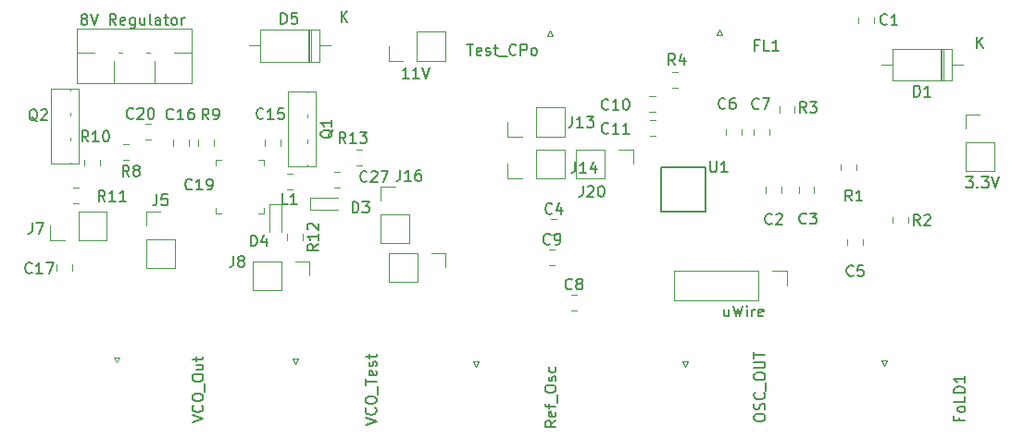
<source format=gto>
G04 #@! TF.GenerationSoftware,KiCad,Pcbnew,(5.0.2)-1*
G04 #@! TF.CreationDate,2019-06-06T20:52:43-07:00*
G04 #@! TF.ProjectId,Complete PLL Board Rev5,436f6d70-6c65-4746-9520-504c4c20426f,rev?*
G04 #@! TF.SameCoordinates,Original*
G04 #@! TF.FileFunction,Legend,Top*
G04 #@! TF.FilePolarity,Positive*
%FSLAX46Y46*%
G04 Gerber Fmt 4.6, Leading zero omitted, Abs format (unit mm)*
G04 Created by KiCad (PCBNEW (5.0.2)-1) date 6/6/2019 8:52:43 PM*
%MOMM*%
%LPD*%
G01*
G04 APERTURE LIST*
%ADD10C,0.120000*%
%ADD11C,0.150000*%
G04 APERTURE END LIST*
D10*
G04 #@! TO.C,VCO_Out*
X106345800Y-114779000D02*
X106095800Y-115279000D01*
X105845800Y-114779000D02*
X106345800Y-114779000D01*
X106095800Y-115279000D02*
X105845800Y-114779000D01*
G04 #@! TO.C,R13*
X128556652Y-97179200D02*
X128034148Y-97179200D01*
X128556652Y-95759200D02*
X128034148Y-95759200D01*
G04 #@! TO.C,3.3V*
X183709000Y-92523000D02*
X185039000Y-92523000D01*
X183709000Y-93853000D02*
X183709000Y-92523000D01*
X183709000Y-95123000D02*
X186369000Y-95123000D01*
X186369000Y-95123000D02*
X186369000Y-97723000D01*
X183709000Y-95123000D02*
X183709000Y-97723000D01*
X183709000Y-97723000D02*
X186369000Y-97723000D01*
G04 #@! TO.C,VCO_Test*
X122478800Y-115406000D02*
X122228800Y-114906000D01*
X122228800Y-114906000D02*
X122728800Y-114906000D01*
X122728800Y-114906000D02*
X122478800Y-115406000D01*
G04 #@! TO.C,Ref_Osc*
X139188000Y-115160000D02*
X138938000Y-115660000D01*
X138688000Y-115160000D02*
X139188000Y-115160000D01*
X138938000Y-115660000D02*
X138688000Y-115160000D01*
G04 #@! TO.C,Test_CPo*
X145745200Y-84873000D02*
X145995200Y-85373000D01*
X145995200Y-85373000D02*
X145495200Y-85373000D01*
X145495200Y-85373000D02*
X145745200Y-84873000D01*
G04 #@! TO.C,C27*
X126508252Y-99262000D02*
X125985748Y-99262000D01*
X126508252Y-97842000D02*
X125985748Y-97842000D01*
G04 #@! TO.C,R10*
X104596000Y-96724948D02*
X104596000Y-97247452D01*
X103176000Y-96724948D02*
X103176000Y-97247452D01*
G04 #@! TO.C,R12*
X123138000Y-103506748D02*
X123138000Y-104029252D01*
X121718000Y-103506748D02*
X121718000Y-104029252D01*
G04 #@! TO.C,C19*
X119548000Y-96689000D02*
X119548000Y-97189000D01*
X119548000Y-96689000D02*
X119048000Y-96689000D01*
X115148000Y-96689000D02*
X115148000Y-97189000D01*
X115148000Y-96689000D02*
X115648000Y-96689000D01*
X119548000Y-101589000D02*
X119548000Y-101089000D01*
X119548000Y-101589000D02*
X119048000Y-101589000D01*
X115148000Y-101589000D02*
X115148000Y-101089000D01*
X115148000Y-101589000D02*
X115648000Y-101589000D01*
G04 #@! TO.C,R8*
X106681748Y-96671200D02*
X107204252Y-96671200D01*
X106681748Y-95251200D02*
X107204252Y-95251200D01*
G04 #@! TO.C,C17*
X100636000Y-106300748D02*
X100636000Y-106823252D01*
X102056000Y-106300748D02*
X102056000Y-106823252D01*
G04 #@! TO.C,Q2*
X101895400Y-96927400D02*
X101895400Y-97038400D01*
X101895400Y-94637400D02*
X101895400Y-94910400D01*
X101895400Y-92347400D02*
X101895400Y-92620400D01*
X101895400Y-90218400D02*
X101895400Y-90329400D01*
X102634400Y-97038400D02*
X100094400Y-97038400D01*
X102634400Y-90218400D02*
X100094400Y-90218400D01*
X100094400Y-90218400D02*
X100094400Y-97038400D01*
X102634400Y-90218400D02*
X102634400Y-97038400D01*
G04 #@! TO.C,Q1*
X124326000Y-90443000D02*
X124326000Y-97263000D01*
X121786000Y-90443000D02*
X121786000Y-97263000D01*
X124326000Y-90443000D02*
X121786000Y-90443000D01*
X124326000Y-97263000D02*
X121786000Y-97263000D01*
X123587000Y-90443000D02*
X123587000Y-90554000D01*
X123587000Y-92572000D02*
X123587000Y-92845000D01*
X123587000Y-94862000D02*
X123587000Y-95135000D01*
X123587000Y-97152000D02*
X123587000Y-97263000D01*
G04 #@! TO.C,FoLD1*
X176276000Y-115609200D02*
X176026000Y-115109200D01*
X176026000Y-115109200D02*
X176526000Y-115109200D01*
X176526000Y-115109200D02*
X176276000Y-115609200D01*
G04 #@! TO.C,FL1*
X161014600Y-85278600D02*
X161264600Y-84778600D01*
X161514600Y-85278600D02*
X161014600Y-85278600D01*
X161264600Y-84778600D02*
X161514600Y-85278600D01*
G04 #@! TO.C,OSC_OUT*
X158314200Y-115160000D02*
X158064200Y-115660000D01*
X157814200Y-115160000D02*
X158314200Y-115160000D01*
X158064200Y-115660000D02*
X157814200Y-115160000D01*
G04 #@! TO.C,C1*
X175360400Y-83669348D02*
X175360400Y-84191852D01*
X173940400Y-83669348D02*
X173940400Y-84191852D01*
G04 #@! TO.C,C2*
X165456800Y-99711252D02*
X165456800Y-99188748D01*
X166876800Y-99711252D02*
X166876800Y-99188748D01*
G04 #@! TO.C,C3*
X169899400Y-99711252D02*
X169899400Y-99188748D01*
X168479400Y-99711252D02*
X168479400Y-99188748D01*
G04 #@! TO.C,C4*
X145830548Y-103580000D02*
X146353052Y-103580000D01*
X145830548Y-102160000D02*
X146353052Y-102160000D01*
G04 #@! TO.C,C5*
X174369800Y-104511852D02*
X174369800Y-103989348D01*
X172949800Y-104511852D02*
X172949800Y-103989348D01*
G04 #@! TO.C,C6*
X161799200Y-94428052D02*
X161799200Y-93905548D01*
X163219200Y-94428052D02*
X163219200Y-93905548D01*
G04 #@! TO.C,C7*
X164339200Y-94428052D02*
X164339200Y-93905548D01*
X165759200Y-94428052D02*
X165759200Y-93905548D01*
G04 #@! TO.C,C8*
X147659348Y-110488800D02*
X148181852Y-110488800D01*
X147659348Y-109068800D02*
X148181852Y-109068800D01*
G04 #@! TO.C,C9*
X145652748Y-106374000D02*
X146175252Y-106374000D01*
X145652748Y-104954000D02*
X146175252Y-104954000D01*
G04 #@! TO.C,C10*
X154822148Y-92277000D02*
X155344652Y-92277000D01*
X154822148Y-90857000D02*
X155344652Y-90857000D01*
G04 #@! TO.C,C11*
X154847548Y-93066800D02*
X155370052Y-93066800D01*
X154847548Y-94486800D02*
X155370052Y-94486800D01*
G04 #@! TO.C,C15*
X121106000Y-94870748D02*
X121106000Y-95393252D01*
X119686000Y-94870748D02*
X119686000Y-95393252D01*
G04 #@! TO.C,C16*
X112724000Y-95393252D02*
X112724000Y-94870748D01*
X111304000Y-95393252D02*
X111304000Y-94870748D01*
G04 #@! TO.C,C20*
X109236252Y-94817000D02*
X108713748Y-94817000D01*
X109236252Y-93397000D02*
X108713748Y-93397000D01*
G04 #@! TO.C,D1*
X182475800Y-89455600D02*
X182475800Y-86515600D01*
X182475800Y-86515600D02*
X177035800Y-86515600D01*
X177035800Y-86515600D02*
X177035800Y-89455600D01*
X177035800Y-89455600D02*
X182475800Y-89455600D01*
X183495800Y-87985600D02*
X182475800Y-87985600D01*
X176015800Y-87985600D02*
X177035800Y-87985600D01*
X181575800Y-89455600D02*
X181575800Y-86515600D01*
X181455800Y-89455600D02*
X181455800Y-86515600D01*
X181695800Y-89455600D02*
X181695800Y-86515600D01*
G04 #@! TO.C,D3*
X123846000Y-101261000D02*
X126346000Y-101261000D01*
X123846000Y-100161000D02*
X126346000Y-100161000D01*
X123846000Y-100161000D02*
X123846000Y-101261000D01*
G04 #@! TO.C,D4*
X121200000Y-100773000D02*
X120100000Y-100773000D01*
X121200000Y-100773000D02*
X121200000Y-103273000D01*
X120100000Y-100773000D02*
X120100000Y-103273000D01*
G04 #@! TO.C,D5*
X123860000Y-87703000D02*
X123860000Y-84763000D01*
X123620000Y-87703000D02*
X123620000Y-84763000D01*
X123740000Y-87703000D02*
X123740000Y-84763000D01*
X118180000Y-86233000D02*
X119200000Y-86233000D01*
X125660000Y-86233000D02*
X124640000Y-86233000D01*
X119200000Y-87703000D02*
X124640000Y-87703000D01*
X119200000Y-84763000D02*
X119200000Y-87703000D01*
X124640000Y-84763000D02*
X119200000Y-84763000D01*
X124640000Y-87703000D02*
X124640000Y-84763000D01*
G04 #@! TO.C,uWire*
X157115200Y-106899400D02*
X157115200Y-109559400D01*
X164795200Y-106899400D02*
X157115200Y-106899400D01*
X164795200Y-109559400D02*
X157115200Y-109559400D01*
X164795200Y-106899400D02*
X164795200Y-109559400D01*
X166065200Y-106899400D02*
X167395200Y-106899400D01*
X167395200Y-106899400D02*
X167395200Y-108229400D01*
G04 #@! TO.C,J5*
X108779000Y-106613000D02*
X111439000Y-106613000D01*
X108779000Y-104013000D02*
X108779000Y-106613000D01*
X111439000Y-104013000D02*
X111439000Y-106613000D01*
X108779000Y-104013000D02*
X111439000Y-104013000D01*
X108779000Y-102743000D02*
X108779000Y-101413000D01*
X108779000Y-101413000D02*
X110109000Y-101413000D01*
G04 #@! TO.C,J7*
X100016000Y-104073000D02*
X100016000Y-102743000D01*
X101346000Y-104073000D02*
X100016000Y-104073000D01*
X102616000Y-104073000D02*
X102616000Y-101413000D01*
X102616000Y-101413000D02*
X105216000Y-101413000D01*
X102616000Y-104073000D02*
X105216000Y-104073000D01*
X105216000Y-104073000D02*
X105216000Y-101413000D01*
G04 #@! TO.C,J8*
X118558000Y-105985000D02*
X118558000Y-108645000D01*
X121158000Y-105985000D02*
X118558000Y-105985000D01*
X121158000Y-108645000D02*
X118558000Y-108645000D01*
X121158000Y-105985000D02*
X121158000Y-108645000D01*
X122428000Y-105985000D02*
X123758000Y-105985000D01*
X123758000Y-105985000D02*
X123758000Y-107315000D01*
G04 #@! TO.C,J13*
X141875200Y-94573400D02*
X141875200Y-93243400D01*
X143205200Y-94573400D02*
X141875200Y-94573400D01*
X144475200Y-94573400D02*
X144475200Y-91913400D01*
X144475200Y-91913400D02*
X147075200Y-91913400D01*
X144475200Y-94573400D02*
X147075200Y-94573400D01*
X147075200Y-94573400D02*
X147075200Y-91913400D01*
G04 #@! TO.C,J14*
X147049800Y-98408800D02*
X147049800Y-95748800D01*
X144449800Y-98408800D02*
X147049800Y-98408800D01*
X144449800Y-95748800D02*
X147049800Y-95748800D01*
X144449800Y-98408800D02*
X144449800Y-95748800D01*
X143179800Y-98408800D02*
X141849800Y-98408800D01*
X141849800Y-98408800D02*
X141849800Y-97078800D01*
G04 #@! TO.C,J15*
X136204000Y-105223000D02*
X136204000Y-106553000D01*
X134874000Y-105223000D02*
X136204000Y-105223000D01*
X133604000Y-105223000D02*
X133604000Y-107883000D01*
X133604000Y-107883000D02*
X131004000Y-107883000D01*
X133604000Y-105223000D02*
X131004000Y-105223000D01*
X131004000Y-105223000D02*
X131004000Y-107883000D01*
G04 #@! TO.C,J16*
X130242000Y-104327000D02*
X132902000Y-104327000D01*
X130242000Y-101727000D02*
X130242000Y-104327000D01*
X132902000Y-101727000D02*
X132902000Y-104327000D01*
X130242000Y-101727000D02*
X132902000Y-101727000D01*
X130242000Y-100457000D02*
X130242000Y-99127000D01*
X130242000Y-99127000D02*
X131572000Y-99127000D01*
G04 #@! TO.C,11V*
X136178600Y-87613800D02*
X136178600Y-84953800D01*
X133578600Y-87613800D02*
X136178600Y-87613800D01*
X133578600Y-84953800D02*
X136178600Y-84953800D01*
X133578600Y-87613800D02*
X133578600Y-84953800D01*
X132308600Y-87613800D02*
X130978600Y-87613800D01*
X130978600Y-87613800D02*
X130978600Y-86283800D01*
G04 #@! TO.C,J20*
X153323600Y-95748800D02*
X153323600Y-97078800D01*
X151993600Y-95748800D02*
X153323600Y-95748800D01*
X150723600Y-95748800D02*
X150723600Y-98408800D01*
X150723600Y-98408800D02*
X148123600Y-98408800D01*
X150723600Y-95748800D02*
X148123600Y-95748800D01*
X148123600Y-95748800D02*
X148123600Y-98408800D01*
G04 #@! TO.C,L1*
X122172252Y-97969000D02*
X121649748Y-97969000D01*
X122172252Y-99389000D02*
X121649748Y-99389000D01*
G04 #@! TO.C,R1*
X173760200Y-97131348D02*
X173760200Y-97653852D01*
X172340200Y-97131348D02*
X172340200Y-97653852D01*
G04 #@! TO.C,R2*
X177039200Y-101957348D02*
X177039200Y-102479852D01*
X178459200Y-101957348D02*
X178459200Y-102479852D01*
G04 #@! TO.C,R3*
X166701400Y-91822748D02*
X166701400Y-92345252D01*
X168121400Y-91822748D02*
X168121400Y-92345252D01*
G04 #@! TO.C,R4*
X157452852Y-90067200D02*
X156930348Y-90067200D01*
X157452852Y-88647200D02*
X156930348Y-88647200D01*
G04 #@! TO.C,R9*
X115010000Y-94870748D02*
X115010000Y-95393252D01*
X113590000Y-94870748D02*
X113590000Y-95393252D01*
G04 #@! TO.C,R11*
X102091748Y-100659000D02*
X102614252Y-100659000D01*
X102091748Y-99239000D02*
X102614252Y-99239000D01*
D11*
G04 #@! TO.C,U1*
X155869600Y-97668200D02*
X155869600Y-101224200D01*
X159933600Y-101224200D02*
X159933600Y-97668200D01*
X159933600Y-97668200D02*
X159933600Y-97414200D01*
X159933600Y-97414200D02*
X155869600Y-97414200D01*
X155869600Y-97414200D02*
X155869600Y-97668200D01*
X155869600Y-101224200D02*
X155869600Y-101478200D01*
X155869600Y-101478200D02*
X159933600Y-101478200D01*
X159933600Y-101478200D02*
X159933600Y-101224200D01*
D10*
G04 #@! TO.C,8V Regulator*
X112946000Y-89655000D02*
X102446000Y-89655000D01*
X112946000Y-84714000D02*
X102446000Y-84714000D01*
X112946000Y-89655000D02*
X112946000Y-84714000D01*
X102446000Y-89655000D02*
X102446000Y-84714000D01*
X112946000Y-86895000D02*
X111339000Y-86895000D01*
X109133000Y-86895000D02*
X108798000Y-86895000D01*
X106593000Y-86895000D02*
X106258000Y-86895000D01*
X104053000Y-86895000D02*
X102446000Y-86895000D01*
X109546000Y-89655000D02*
X109546000Y-87637000D01*
X105845000Y-89655000D02*
X105845000Y-87637000D01*
G04 #@! TO.C,VCO_Out*
D11*
X113015780Y-120754400D02*
X114015780Y-120421066D01*
X113015780Y-120087733D01*
X113920542Y-119182971D02*
X113968161Y-119230590D01*
X114015780Y-119373447D01*
X114015780Y-119468685D01*
X113968161Y-119611542D01*
X113872923Y-119706780D01*
X113777685Y-119754400D01*
X113587209Y-119802019D01*
X113444352Y-119802019D01*
X113253876Y-119754400D01*
X113158638Y-119706780D01*
X113063400Y-119611542D01*
X113015780Y-119468685D01*
X113015780Y-119373447D01*
X113063400Y-119230590D01*
X113111019Y-119182971D01*
X113015780Y-118563923D02*
X113015780Y-118373447D01*
X113063400Y-118278209D01*
X113158638Y-118182971D01*
X113349114Y-118135352D01*
X113682447Y-118135352D01*
X113872923Y-118182971D01*
X113968161Y-118278209D01*
X114015780Y-118373447D01*
X114015780Y-118563923D01*
X113968161Y-118659161D01*
X113872923Y-118754400D01*
X113682447Y-118802019D01*
X113349114Y-118802019D01*
X113158638Y-118754400D01*
X113063400Y-118659161D01*
X113015780Y-118563923D01*
X114111019Y-117944876D02*
X114111019Y-117182971D01*
X113015780Y-116754400D02*
X113015780Y-116563923D01*
X113063400Y-116468685D01*
X113158638Y-116373447D01*
X113349114Y-116325828D01*
X113682447Y-116325828D01*
X113872923Y-116373447D01*
X113968161Y-116468685D01*
X114015780Y-116563923D01*
X114015780Y-116754400D01*
X113968161Y-116849638D01*
X113872923Y-116944876D01*
X113682447Y-116992495D01*
X113349114Y-116992495D01*
X113158638Y-116944876D01*
X113063400Y-116849638D01*
X113015780Y-116754400D01*
X113349114Y-115468685D02*
X114015780Y-115468685D01*
X113349114Y-115897257D02*
X113872923Y-115897257D01*
X113968161Y-115849638D01*
X114015780Y-115754400D01*
X114015780Y-115611542D01*
X113968161Y-115516304D01*
X113920542Y-115468685D01*
X113349114Y-115135352D02*
X113349114Y-114754400D01*
X113015780Y-114992495D02*
X113872923Y-114992495D01*
X113968161Y-114944876D01*
X114015780Y-114849638D01*
X114015780Y-114754400D01*
G04 #@! TO.C,R13*
X127064642Y-95156280D02*
X126731309Y-94680090D01*
X126493214Y-95156280D02*
X126493214Y-94156280D01*
X126874166Y-94156280D01*
X126969404Y-94203900D01*
X127017023Y-94251519D01*
X127064642Y-94346757D01*
X127064642Y-94489614D01*
X127017023Y-94584852D01*
X126969404Y-94632471D01*
X126874166Y-94680090D01*
X126493214Y-94680090D01*
X128017023Y-95156280D02*
X127445595Y-95156280D01*
X127731309Y-95156280D02*
X127731309Y-94156280D01*
X127636071Y-94299138D01*
X127540833Y-94394376D01*
X127445595Y-94441995D01*
X128350357Y-94156280D02*
X128969404Y-94156280D01*
X128636071Y-94537233D01*
X128778928Y-94537233D01*
X128874166Y-94584852D01*
X128921785Y-94632471D01*
X128969404Y-94727709D01*
X128969404Y-94965804D01*
X128921785Y-95061042D01*
X128874166Y-95108661D01*
X128778928Y-95156280D01*
X128493214Y-95156280D01*
X128397976Y-95108661D01*
X128350357Y-95061042D01*
G04 #@! TO.C,3.3V*
X183791409Y-98253300D02*
X184410457Y-98253300D01*
X184077123Y-98634253D01*
X184219980Y-98634253D01*
X184315219Y-98681872D01*
X184362838Y-98729491D01*
X184410457Y-98824729D01*
X184410457Y-99062824D01*
X184362838Y-99158062D01*
X184315219Y-99205681D01*
X184219980Y-99253300D01*
X183934266Y-99253300D01*
X183839028Y-99205681D01*
X183791409Y-99158062D01*
X184839028Y-99158062D02*
X184886647Y-99205681D01*
X184839028Y-99253300D01*
X184791409Y-99205681D01*
X184839028Y-99158062D01*
X184839028Y-99253300D01*
X185219980Y-98253300D02*
X185839028Y-98253300D01*
X185505695Y-98634253D01*
X185648552Y-98634253D01*
X185743790Y-98681872D01*
X185791409Y-98729491D01*
X185839028Y-98824729D01*
X185839028Y-99062824D01*
X185791409Y-99158062D01*
X185743790Y-99205681D01*
X185648552Y-99253300D01*
X185362838Y-99253300D01*
X185267600Y-99205681D01*
X185219980Y-99158062D01*
X186124742Y-98253300D02*
X186458076Y-99253300D01*
X186791409Y-98253300D01*
G04 #@! TO.C,VCO_Test*
X128865380Y-120992495D02*
X129865380Y-120659161D01*
X128865380Y-120325828D01*
X129770142Y-119421066D02*
X129817761Y-119468685D01*
X129865380Y-119611542D01*
X129865380Y-119706780D01*
X129817761Y-119849638D01*
X129722523Y-119944876D01*
X129627285Y-119992495D01*
X129436809Y-120040114D01*
X129293952Y-120040114D01*
X129103476Y-119992495D01*
X129008238Y-119944876D01*
X128913000Y-119849638D01*
X128865380Y-119706780D01*
X128865380Y-119611542D01*
X128913000Y-119468685D01*
X128960619Y-119421066D01*
X128865380Y-118802019D02*
X128865380Y-118611542D01*
X128913000Y-118516304D01*
X129008238Y-118421066D01*
X129198714Y-118373447D01*
X129532047Y-118373447D01*
X129722523Y-118421066D01*
X129817761Y-118516304D01*
X129865380Y-118611542D01*
X129865380Y-118802019D01*
X129817761Y-118897257D01*
X129722523Y-118992495D01*
X129532047Y-119040114D01*
X129198714Y-119040114D01*
X129008238Y-118992495D01*
X128913000Y-118897257D01*
X128865380Y-118802019D01*
X129960619Y-118182971D02*
X129960619Y-117421066D01*
X128865380Y-117325828D02*
X128865380Y-116754400D01*
X129865380Y-117040114D02*
X128865380Y-117040114D01*
X129817761Y-116040114D02*
X129865380Y-116135352D01*
X129865380Y-116325828D01*
X129817761Y-116421066D01*
X129722523Y-116468685D01*
X129341571Y-116468685D01*
X129246333Y-116421066D01*
X129198714Y-116325828D01*
X129198714Y-116135352D01*
X129246333Y-116040114D01*
X129341571Y-115992495D01*
X129436809Y-115992495D01*
X129532047Y-116468685D01*
X129817761Y-115611542D02*
X129865380Y-115516304D01*
X129865380Y-115325828D01*
X129817761Y-115230590D01*
X129722523Y-115182971D01*
X129674904Y-115182971D01*
X129579666Y-115230590D01*
X129532047Y-115325828D01*
X129532047Y-115468685D01*
X129484428Y-115563923D01*
X129389190Y-115611542D01*
X129341571Y-115611542D01*
X129246333Y-115563923D01*
X129198714Y-115468685D01*
X129198714Y-115325828D01*
X129246333Y-115230590D01*
X129198714Y-114897257D02*
X129198714Y-114516304D01*
X128865380Y-114754400D02*
X129722523Y-114754400D01*
X129817761Y-114706780D01*
X129865380Y-114611542D01*
X129865380Y-114516304D01*
G04 #@! TO.C,Ref_Osc*
X146273780Y-120583057D02*
X145797590Y-120916390D01*
X146273780Y-121154485D02*
X145273780Y-121154485D01*
X145273780Y-120773533D01*
X145321400Y-120678295D01*
X145369019Y-120630676D01*
X145464257Y-120583057D01*
X145607114Y-120583057D01*
X145702352Y-120630676D01*
X145749971Y-120678295D01*
X145797590Y-120773533D01*
X145797590Y-121154485D01*
X146226161Y-119773533D02*
X146273780Y-119868771D01*
X146273780Y-120059247D01*
X146226161Y-120154485D01*
X146130923Y-120202104D01*
X145749971Y-120202104D01*
X145654733Y-120154485D01*
X145607114Y-120059247D01*
X145607114Y-119868771D01*
X145654733Y-119773533D01*
X145749971Y-119725914D01*
X145845209Y-119725914D01*
X145940447Y-120202104D01*
X145607114Y-119440200D02*
X145607114Y-119059247D01*
X146273780Y-119297342D02*
X145416638Y-119297342D01*
X145321400Y-119249723D01*
X145273780Y-119154485D01*
X145273780Y-119059247D01*
X146369019Y-118964009D02*
X146369019Y-118202104D01*
X145273780Y-117773533D02*
X145273780Y-117583057D01*
X145321400Y-117487819D01*
X145416638Y-117392580D01*
X145607114Y-117344961D01*
X145940447Y-117344961D01*
X146130923Y-117392580D01*
X146226161Y-117487819D01*
X146273780Y-117583057D01*
X146273780Y-117773533D01*
X146226161Y-117868771D01*
X146130923Y-117964009D01*
X145940447Y-118011628D01*
X145607114Y-118011628D01*
X145416638Y-117964009D01*
X145321400Y-117868771D01*
X145273780Y-117773533D01*
X146226161Y-116964009D02*
X146273780Y-116868771D01*
X146273780Y-116678295D01*
X146226161Y-116583057D01*
X146130923Y-116535438D01*
X146083304Y-116535438D01*
X145988066Y-116583057D01*
X145940447Y-116678295D01*
X145940447Y-116821152D01*
X145892828Y-116916390D01*
X145797590Y-116964009D01*
X145749971Y-116964009D01*
X145654733Y-116916390D01*
X145607114Y-116821152D01*
X145607114Y-116678295D01*
X145654733Y-116583057D01*
X146226161Y-115678295D02*
X146273780Y-115773533D01*
X146273780Y-115964009D01*
X146226161Y-116059247D01*
X146178542Y-116106866D01*
X146083304Y-116154485D01*
X145797590Y-116154485D01*
X145702352Y-116106866D01*
X145654733Y-116059247D01*
X145607114Y-115964009D01*
X145607114Y-115773533D01*
X145654733Y-115678295D01*
G04 #@! TO.C,Test_CPo*
X138153544Y-86112100D02*
X138724973Y-86112100D01*
X138439259Y-87112100D02*
X138439259Y-86112100D01*
X139439259Y-87064481D02*
X139344020Y-87112100D01*
X139153544Y-87112100D01*
X139058306Y-87064481D01*
X139010687Y-86969243D01*
X139010687Y-86588291D01*
X139058306Y-86493053D01*
X139153544Y-86445434D01*
X139344020Y-86445434D01*
X139439259Y-86493053D01*
X139486878Y-86588291D01*
X139486878Y-86683529D01*
X139010687Y-86778767D01*
X139867830Y-87064481D02*
X139963068Y-87112100D01*
X140153544Y-87112100D01*
X140248782Y-87064481D01*
X140296401Y-86969243D01*
X140296401Y-86921624D01*
X140248782Y-86826386D01*
X140153544Y-86778767D01*
X140010687Y-86778767D01*
X139915449Y-86731148D01*
X139867830Y-86635910D01*
X139867830Y-86588291D01*
X139915449Y-86493053D01*
X140010687Y-86445434D01*
X140153544Y-86445434D01*
X140248782Y-86493053D01*
X140582116Y-86445434D02*
X140963068Y-86445434D01*
X140724973Y-86112100D02*
X140724973Y-86969243D01*
X140772592Y-87064481D01*
X140867830Y-87112100D01*
X140963068Y-87112100D01*
X141058306Y-87207339D02*
X141820211Y-87207339D01*
X142629735Y-87016862D02*
X142582116Y-87064481D01*
X142439259Y-87112100D01*
X142344020Y-87112100D01*
X142201163Y-87064481D01*
X142105925Y-86969243D01*
X142058306Y-86874005D01*
X142010687Y-86683529D01*
X142010687Y-86540672D01*
X142058306Y-86350196D01*
X142105925Y-86254958D01*
X142201163Y-86159720D01*
X142344020Y-86112100D01*
X142439259Y-86112100D01*
X142582116Y-86159720D01*
X142629735Y-86207339D01*
X143058306Y-87112100D02*
X143058306Y-86112100D01*
X143439259Y-86112100D01*
X143534497Y-86159720D01*
X143582116Y-86207339D01*
X143629735Y-86302577D01*
X143629735Y-86445434D01*
X143582116Y-86540672D01*
X143534497Y-86588291D01*
X143439259Y-86635910D01*
X143058306Y-86635910D01*
X144201163Y-87112100D02*
X144105925Y-87064481D01*
X144058306Y-87016862D01*
X144010687Y-86921624D01*
X144010687Y-86635910D01*
X144058306Y-86540672D01*
X144105925Y-86493053D01*
X144201163Y-86445434D01*
X144344020Y-86445434D01*
X144439259Y-86493053D01*
X144486878Y-86540672D01*
X144534497Y-86635910D01*
X144534497Y-86921624D01*
X144486878Y-87016862D01*
X144439259Y-87064481D01*
X144344020Y-87112100D01*
X144201163Y-87112100D01*
G04 #@! TO.C,C27*
X128998742Y-98629742D02*
X128951123Y-98677361D01*
X128808266Y-98724980D01*
X128713028Y-98724980D01*
X128570171Y-98677361D01*
X128474933Y-98582123D01*
X128427314Y-98486885D01*
X128379695Y-98296409D01*
X128379695Y-98153552D01*
X128427314Y-97963076D01*
X128474933Y-97867838D01*
X128570171Y-97772600D01*
X128713028Y-97724980D01*
X128808266Y-97724980D01*
X128951123Y-97772600D01*
X128998742Y-97820219D01*
X129379695Y-97820219D02*
X129427314Y-97772600D01*
X129522552Y-97724980D01*
X129760647Y-97724980D01*
X129855885Y-97772600D01*
X129903504Y-97820219D01*
X129951123Y-97915457D01*
X129951123Y-98010695D01*
X129903504Y-98153552D01*
X129332076Y-98724980D01*
X129951123Y-98724980D01*
X130284457Y-97724980D02*
X130951123Y-97724980D01*
X130522552Y-98724980D01*
G04 #@! TO.C,R10*
X103509842Y-95029280D02*
X103176509Y-94553090D01*
X102938414Y-95029280D02*
X102938414Y-94029280D01*
X103319366Y-94029280D01*
X103414604Y-94076900D01*
X103462223Y-94124519D01*
X103509842Y-94219757D01*
X103509842Y-94362614D01*
X103462223Y-94457852D01*
X103414604Y-94505471D01*
X103319366Y-94553090D01*
X102938414Y-94553090D01*
X104462223Y-95029280D02*
X103890795Y-95029280D01*
X104176509Y-95029280D02*
X104176509Y-94029280D01*
X104081271Y-94172138D01*
X103986033Y-94267376D01*
X103890795Y-94314995D01*
X105081271Y-94029280D02*
X105176509Y-94029280D01*
X105271747Y-94076900D01*
X105319366Y-94124519D01*
X105366985Y-94219757D01*
X105414604Y-94410233D01*
X105414604Y-94648328D01*
X105366985Y-94838804D01*
X105319366Y-94934042D01*
X105271747Y-94981661D01*
X105176509Y-95029280D01*
X105081271Y-95029280D01*
X104986033Y-94981661D01*
X104938414Y-94934042D01*
X104890795Y-94838804D01*
X104843176Y-94648328D01*
X104843176Y-94410233D01*
X104890795Y-94219757D01*
X104938414Y-94124519D01*
X104986033Y-94076900D01*
X105081271Y-94029280D01*
G04 #@! TO.C,R12*
X124530380Y-104410857D02*
X124054190Y-104744190D01*
X124530380Y-104982285D02*
X123530380Y-104982285D01*
X123530380Y-104601333D01*
X123578000Y-104506095D01*
X123625619Y-104458476D01*
X123720857Y-104410857D01*
X123863714Y-104410857D01*
X123958952Y-104458476D01*
X124006571Y-104506095D01*
X124054190Y-104601333D01*
X124054190Y-104982285D01*
X124530380Y-103458476D02*
X124530380Y-104029904D01*
X124530380Y-103744190D02*
X123530380Y-103744190D01*
X123673238Y-103839428D01*
X123768476Y-103934666D01*
X123816095Y-104029904D01*
X123625619Y-103077523D02*
X123578000Y-103029904D01*
X123530380Y-102934666D01*
X123530380Y-102696571D01*
X123578000Y-102601333D01*
X123625619Y-102553714D01*
X123720857Y-102506095D01*
X123816095Y-102506095D01*
X123958952Y-102553714D01*
X124530380Y-103125142D01*
X124530380Y-102506095D01*
G04 #@! TO.C,C19*
X112996742Y-99353642D02*
X112949123Y-99401261D01*
X112806266Y-99448880D01*
X112711028Y-99448880D01*
X112568171Y-99401261D01*
X112472933Y-99306023D01*
X112425314Y-99210785D01*
X112377695Y-99020309D01*
X112377695Y-98877452D01*
X112425314Y-98686976D01*
X112472933Y-98591738D01*
X112568171Y-98496500D01*
X112711028Y-98448880D01*
X112806266Y-98448880D01*
X112949123Y-98496500D01*
X112996742Y-98544119D01*
X113949123Y-99448880D02*
X113377695Y-99448880D01*
X113663409Y-99448880D02*
X113663409Y-98448880D01*
X113568171Y-98591738D01*
X113472933Y-98686976D01*
X113377695Y-98734595D01*
X114425314Y-99448880D02*
X114615790Y-99448880D01*
X114711028Y-99401261D01*
X114758647Y-99353642D01*
X114853885Y-99210785D01*
X114901504Y-99020309D01*
X114901504Y-98639357D01*
X114853885Y-98544119D01*
X114806266Y-98496500D01*
X114711028Y-98448880D01*
X114520552Y-98448880D01*
X114425314Y-98496500D01*
X114377695Y-98544119D01*
X114330076Y-98639357D01*
X114330076Y-98877452D01*
X114377695Y-98972690D01*
X114425314Y-99020309D01*
X114520552Y-99067928D01*
X114711028Y-99067928D01*
X114806266Y-99020309D01*
X114853885Y-98972690D01*
X114901504Y-98877452D01*
G04 #@! TO.C,R8*
X107249933Y-98204280D02*
X106916600Y-97728090D01*
X106678504Y-98204280D02*
X106678504Y-97204280D01*
X107059457Y-97204280D01*
X107154695Y-97251900D01*
X107202314Y-97299519D01*
X107249933Y-97394757D01*
X107249933Y-97537614D01*
X107202314Y-97632852D01*
X107154695Y-97680471D01*
X107059457Y-97728090D01*
X106678504Y-97728090D01*
X107821361Y-97632852D02*
X107726123Y-97585233D01*
X107678504Y-97537614D01*
X107630885Y-97442376D01*
X107630885Y-97394757D01*
X107678504Y-97299519D01*
X107726123Y-97251900D01*
X107821361Y-97204280D01*
X108011838Y-97204280D01*
X108107076Y-97251900D01*
X108154695Y-97299519D01*
X108202314Y-97394757D01*
X108202314Y-97442376D01*
X108154695Y-97537614D01*
X108107076Y-97585233D01*
X108011838Y-97632852D01*
X107821361Y-97632852D01*
X107726123Y-97680471D01*
X107678504Y-97728090D01*
X107630885Y-97823328D01*
X107630885Y-98013804D01*
X107678504Y-98109042D01*
X107726123Y-98156661D01*
X107821361Y-98204280D01*
X108011838Y-98204280D01*
X108107076Y-98156661D01*
X108154695Y-98109042D01*
X108202314Y-98013804D01*
X108202314Y-97823328D01*
X108154695Y-97728090D01*
X108107076Y-97680471D01*
X108011838Y-97632852D01*
G04 #@! TO.C,C17*
X98366342Y-107024442D02*
X98318723Y-107072061D01*
X98175866Y-107119680D01*
X98080628Y-107119680D01*
X97937771Y-107072061D01*
X97842533Y-106976823D01*
X97794914Y-106881585D01*
X97747295Y-106691109D01*
X97747295Y-106548252D01*
X97794914Y-106357776D01*
X97842533Y-106262538D01*
X97937771Y-106167300D01*
X98080628Y-106119680D01*
X98175866Y-106119680D01*
X98318723Y-106167300D01*
X98366342Y-106214919D01*
X99318723Y-107119680D02*
X98747295Y-107119680D01*
X99033009Y-107119680D02*
X99033009Y-106119680D01*
X98937771Y-106262538D01*
X98842533Y-106357776D01*
X98747295Y-106405395D01*
X99652057Y-106119680D02*
X100318723Y-106119680D01*
X99890152Y-107119680D01*
G04 #@! TO.C,Q2*
X98850461Y-93168719D02*
X98755223Y-93121100D01*
X98659985Y-93025861D01*
X98517128Y-92883004D01*
X98421890Y-92835385D01*
X98326652Y-92835385D01*
X98374271Y-93073480D02*
X98279033Y-93025861D01*
X98183795Y-92930623D01*
X98136176Y-92740147D01*
X98136176Y-92406814D01*
X98183795Y-92216338D01*
X98279033Y-92121100D01*
X98374271Y-92073480D01*
X98564747Y-92073480D01*
X98659985Y-92121100D01*
X98755223Y-92216338D01*
X98802842Y-92406814D01*
X98802842Y-92740147D01*
X98755223Y-92930623D01*
X98659985Y-93025861D01*
X98564747Y-93073480D01*
X98374271Y-93073480D01*
X99183795Y-92168719D02*
X99231414Y-92121100D01*
X99326652Y-92073480D01*
X99564747Y-92073480D01*
X99659985Y-92121100D01*
X99707604Y-92168719D01*
X99755223Y-92263957D01*
X99755223Y-92359195D01*
X99707604Y-92502052D01*
X99136176Y-93073480D01*
X99755223Y-93073480D01*
G04 #@! TO.C,Q1*
X125873619Y-93948238D02*
X125826000Y-94043476D01*
X125730761Y-94138714D01*
X125587904Y-94281571D01*
X125540285Y-94376809D01*
X125540285Y-94472047D01*
X125778380Y-94424428D02*
X125730761Y-94519666D01*
X125635523Y-94614904D01*
X125445047Y-94662523D01*
X125111714Y-94662523D01*
X124921238Y-94614904D01*
X124826000Y-94519666D01*
X124778380Y-94424428D01*
X124778380Y-94233952D01*
X124826000Y-94138714D01*
X124921238Y-94043476D01*
X125111714Y-93995857D01*
X125445047Y-93995857D01*
X125635523Y-94043476D01*
X125730761Y-94138714D01*
X125778380Y-94233952D01*
X125778380Y-94424428D01*
X125778380Y-93043476D02*
X125778380Y-93614904D01*
X125778380Y-93329190D02*
X124778380Y-93329190D01*
X124921238Y-93424428D01*
X125016476Y-93519666D01*
X125064095Y-93614904D01*
G04 #@! TO.C,FoLD1*
X183164171Y-120283076D02*
X183164171Y-120616409D01*
X183687980Y-120616409D02*
X182687980Y-120616409D01*
X182687980Y-120140219D01*
X183687980Y-119616409D02*
X183640361Y-119711647D01*
X183592742Y-119759266D01*
X183497504Y-119806885D01*
X183211790Y-119806885D01*
X183116552Y-119759266D01*
X183068933Y-119711647D01*
X183021314Y-119616409D01*
X183021314Y-119473552D01*
X183068933Y-119378314D01*
X183116552Y-119330695D01*
X183211790Y-119283076D01*
X183497504Y-119283076D01*
X183592742Y-119330695D01*
X183640361Y-119378314D01*
X183687980Y-119473552D01*
X183687980Y-119616409D01*
X183687980Y-118378314D02*
X183687980Y-118854504D01*
X182687980Y-118854504D01*
X183687980Y-118044980D02*
X182687980Y-118044980D01*
X182687980Y-117806885D01*
X182735600Y-117664028D01*
X182830838Y-117568790D01*
X182926076Y-117521171D01*
X183116552Y-117473552D01*
X183259409Y-117473552D01*
X183449885Y-117521171D01*
X183545123Y-117568790D01*
X183640361Y-117664028D01*
X183687980Y-117806885D01*
X183687980Y-118044980D01*
X183687980Y-116521171D02*
X183687980Y-117092600D01*
X183687980Y-116806885D02*
X182687980Y-116806885D01*
X182830838Y-116902123D01*
X182926076Y-116997361D01*
X182973695Y-117092600D01*
G04 #@! TO.C,FL1*
X164808944Y-86163691D02*
X164475611Y-86163691D01*
X164475611Y-86687500D02*
X164475611Y-85687500D01*
X164951801Y-85687500D01*
X165808944Y-86687500D02*
X165332754Y-86687500D01*
X165332754Y-85687500D01*
X166666087Y-86687500D02*
X166094659Y-86687500D01*
X166380373Y-86687500D02*
X166380373Y-85687500D01*
X166285135Y-85830358D01*
X166189897Y-85925596D01*
X166094659Y-85973215D01*
G04 #@! TO.C,OSC_OUT*
X164399980Y-120406752D02*
X164399980Y-120216276D01*
X164447600Y-120121038D01*
X164542838Y-120025800D01*
X164733314Y-119978180D01*
X165066647Y-119978180D01*
X165257123Y-120025800D01*
X165352361Y-120121038D01*
X165399980Y-120216276D01*
X165399980Y-120406752D01*
X165352361Y-120501990D01*
X165257123Y-120597228D01*
X165066647Y-120644847D01*
X164733314Y-120644847D01*
X164542838Y-120597228D01*
X164447600Y-120501990D01*
X164399980Y-120406752D01*
X165352361Y-119597228D02*
X165399980Y-119454371D01*
X165399980Y-119216276D01*
X165352361Y-119121038D01*
X165304742Y-119073419D01*
X165209504Y-119025800D01*
X165114266Y-119025800D01*
X165019028Y-119073419D01*
X164971409Y-119121038D01*
X164923790Y-119216276D01*
X164876171Y-119406752D01*
X164828552Y-119501990D01*
X164780933Y-119549609D01*
X164685695Y-119597228D01*
X164590457Y-119597228D01*
X164495219Y-119549609D01*
X164447600Y-119501990D01*
X164399980Y-119406752D01*
X164399980Y-119168657D01*
X164447600Y-119025800D01*
X165304742Y-118025800D02*
X165352361Y-118073419D01*
X165399980Y-118216276D01*
X165399980Y-118311514D01*
X165352361Y-118454371D01*
X165257123Y-118549609D01*
X165161885Y-118597228D01*
X164971409Y-118644847D01*
X164828552Y-118644847D01*
X164638076Y-118597228D01*
X164542838Y-118549609D01*
X164447600Y-118454371D01*
X164399980Y-118311514D01*
X164399980Y-118216276D01*
X164447600Y-118073419D01*
X164495219Y-118025800D01*
X165495219Y-117835323D02*
X165495219Y-117073419D01*
X164399980Y-116644847D02*
X164399980Y-116454371D01*
X164447600Y-116359133D01*
X164542838Y-116263895D01*
X164733314Y-116216276D01*
X165066647Y-116216276D01*
X165257123Y-116263895D01*
X165352361Y-116359133D01*
X165399980Y-116454371D01*
X165399980Y-116644847D01*
X165352361Y-116740085D01*
X165257123Y-116835323D01*
X165066647Y-116882942D01*
X164733314Y-116882942D01*
X164542838Y-116835323D01*
X164447600Y-116740085D01*
X164399980Y-116644847D01*
X164399980Y-115787704D02*
X165209504Y-115787704D01*
X165304742Y-115740085D01*
X165352361Y-115692466D01*
X165399980Y-115597228D01*
X165399980Y-115406752D01*
X165352361Y-115311514D01*
X165304742Y-115263895D01*
X165209504Y-115216276D01*
X164399980Y-115216276D01*
X164399980Y-114882942D02*
X164399980Y-114311514D01*
X165399980Y-114597228D02*
X164399980Y-114597228D01*
G04 #@! TO.C,C1*
X176566533Y-84243182D02*
X176518914Y-84290801D01*
X176376057Y-84338420D01*
X176280819Y-84338420D01*
X176137961Y-84290801D01*
X176042723Y-84195563D01*
X175995104Y-84100325D01*
X175947485Y-83909849D01*
X175947485Y-83766992D01*
X175995104Y-83576516D01*
X176042723Y-83481278D01*
X176137961Y-83386040D01*
X176280819Y-83338420D01*
X176376057Y-83338420D01*
X176518914Y-83386040D01*
X176566533Y-83433659D01*
X177518914Y-84338420D02*
X176947485Y-84338420D01*
X177233200Y-84338420D02*
X177233200Y-83338420D01*
X177137961Y-83481278D01*
X177042723Y-83576516D01*
X176947485Y-83624135D01*
G04 #@! TO.C,C2*
X166020453Y-102515942D02*
X165972834Y-102563561D01*
X165829977Y-102611180D01*
X165734739Y-102611180D01*
X165591881Y-102563561D01*
X165496643Y-102468323D01*
X165449024Y-102373085D01*
X165401405Y-102182609D01*
X165401405Y-102039752D01*
X165449024Y-101849276D01*
X165496643Y-101754038D01*
X165591881Y-101658800D01*
X165734739Y-101611180D01*
X165829977Y-101611180D01*
X165972834Y-101658800D01*
X166020453Y-101706419D01*
X166401405Y-101706419D02*
X166449024Y-101658800D01*
X166544262Y-101611180D01*
X166782358Y-101611180D01*
X166877596Y-101658800D01*
X166925215Y-101706419D01*
X166972834Y-101801657D01*
X166972834Y-101896895D01*
X166925215Y-102039752D01*
X166353786Y-102611180D01*
X166972834Y-102611180D01*
G04 #@! TO.C,C3*
X169164973Y-102480382D02*
X169117354Y-102528001D01*
X168974497Y-102575620D01*
X168879259Y-102575620D01*
X168736401Y-102528001D01*
X168641163Y-102432763D01*
X168593544Y-102337525D01*
X168545925Y-102147049D01*
X168545925Y-102004192D01*
X168593544Y-101813716D01*
X168641163Y-101718478D01*
X168736401Y-101623240D01*
X168879259Y-101575620D01*
X168974497Y-101575620D01*
X169117354Y-101623240D01*
X169164973Y-101670859D01*
X169498306Y-101575620D02*
X170117354Y-101575620D01*
X169784020Y-101956573D01*
X169926878Y-101956573D01*
X170022116Y-102004192D01*
X170069735Y-102051811D01*
X170117354Y-102147049D01*
X170117354Y-102385144D01*
X170069735Y-102480382D01*
X170022116Y-102528001D01*
X169926878Y-102575620D01*
X169641163Y-102575620D01*
X169545925Y-102528001D01*
X169498306Y-102480382D01*
G04 #@! TO.C,C4*
X145925133Y-101577142D02*
X145877514Y-101624761D01*
X145734657Y-101672380D01*
X145639419Y-101672380D01*
X145496561Y-101624761D01*
X145401323Y-101529523D01*
X145353704Y-101434285D01*
X145306085Y-101243809D01*
X145306085Y-101100952D01*
X145353704Y-100910476D01*
X145401323Y-100815238D01*
X145496561Y-100720000D01*
X145639419Y-100672380D01*
X145734657Y-100672380D01*
X145877514Y-100720000D01*
X145925133Y-100767619D01*
X146782276Y-101005714D02*
X146782276Y-101672380D01*
X146544180Y-100624761D02*
X146306085Y-101339047D01*
X146925133Y-101339047D01*
G04 #@! TO.C,C5*
X173488053Y-107270822D02*
X173440434Y-107318441D01*
X173297577Y-107366060D01*
X173202339Y-107366060D01*
X173059481Y-107318441D01*
X172964243Y-107223203D01*
X172916624Y-107127965D01*
X172869005Y-106937489D01*
X172869005Y-106794632D01*
X172916624Y-106604156D01*
X172964243Y-106508918D01*
X173059481Y-106413680D01*
X173202339Y-106366060D01*
X173297577Y-106366060D01*
X173440434Y-106413680D01*
X173488053Y-106461299D01*
X174392815Y-106366060D02*
X173916624Y-106366060D01*
X173869005Y-106842251D01*
X173916624Y-106794632D01*
X174011862Y-106747013D01*
X174249958Y-106747013D01*
X174345196Y-106794632D01*
X174392815Y-106842251D01*
X174440434Y-106937489D01*
X174440434Y-107175584D01*
X174392815Y-107270822D01*
X174345196Y-107318441D01*
X174249958Y-107366060D01*
X174011862Y-107366060D01*
X173916624Y-107318441D01*
X173869005Y-107270822D01*
G04 #@! TO.C,C6*
X161771033Y-91936842D02*
X161723414Y-91984461D01*
X161580557Y-92032080D01*
X161485319Y-92032080D01*
X161342461Y-91984461D01*
X161247223Y-91889223D01*
X161199604Y-91793985D01*
X161151985Y-91603509D01*
X161151985Y-91460652D01*
X161199604Y-91270176D01*
X161247223Y-91174938D01*
X161342461Y-91079700D01*
X161485319Y-91032080D01*
X161580557Y-91032080D01*
X161723414Y-91079700D01*
X161771033Y-91127319D01*
X162628176Y-91032080D02*
X162437700Y-91032080D01*
X162342461Y-91079700D01*
X162294842Y-91127319D01*
X162199604Y-91270176D01*
X162151985Y-91460652D01*
X162151985Y-91841604D01*
X162199604Y-91936842D01*
X162247223Y-91984461D01*
X162342461Y-92032080D01*
X162532938Y-92032080D01*
X162628176Y-91984461D01*
X162675795Y-91936842D01*
X162723414Y-91841604D01*
X162723414Y-91603509D01*
X162675795Y-91508271D01*
X162628176Y-91460652D01*
X162532938Y-91413033D01*
X162342461Y-91413033D01*
X162247223Y-91460652D01*
X162199604Y-91508271D01*
X162151985Y-91603509D01*
G04 #@! TO.C,C7*
X164831733Y-91962242D02*
X164784114Y-92009861D01*
X164641257Y-92057480D01*
X164546019Y-92057480D01*
X164403161Y-92009861D01*
X164307923Y-91914623D01*
X164260304Y-91819385D01*
X164212685Y-91628909D01*
X164212685Y-91486052D01*
X164260304Y-91295576D01*
X164307923Y-91200338D01*
X164403161Y-91105100D01*
X164546019Y-91057480D01*
X164641257Y-91057480D01*
X164784114Y-91105100D01*
X164831733Y-91152719D01*
X165165066Y-91057480D02*
X165831733Y-91057480D01*
X165403161Y-92057480D01*
G04 #@! TO.C,C8*
X147753933Y-108485942D02*
X147706314Y-108533561D01*
X147563457Y-108581180D01*
X147468219Y-108581180D01*
X147325361Y-108533561D01*
X147230123Y-108438323D01*
X147182504Y-108343085D01*
X147134885Y-108152609D01*
X147134885Y-108009752D01*
X147182504Y-107819276D01*
X147230123Y-107724038D01*
X147325361Y-107628800D01*
X147468219Y-107581180D01*
X147563457Y-107581180D01*
X147706314Y-107628800D01*
X147753933Y-107676419D01*
X148325361Y-108009752D02*
X148230123Y-107962133D01*
X148182504Y-107914514D01*
X148134885Y-107819276D01*
X148134885Y-107771657D01*
X148182504Y-107676419D01*
X148230123Y-107628800D01*
X148325361Y-107581180D01*
X148515838Y-107581180D01*
X148611076Y-107628800D01*
X148658695Y-107676419D01*
X148706314Y-107771657D01*
X148706314Y-107819276D01*
X148658695Y-107914514D01*
X148611076Y-107962133D01*
X148515838Y-108009752D01*
X148325361Y-108009752D01*
X148230123Y-108057371D01*
X148182504Y-108104990D01*
X148134885Y-108200228D01*
X148134885Y-108390704D01*
X148182504Y-108485942D01*
X148230123Y-108533561D01*
X148325361Y-108581180D01*
X148515838Y-108581180D01*
X148611076Y-108533561D01*
X148658695Y-108485942D01*
X148706314Y-108390704D01*
X148706314Y-108200228D01*
X148658695Y-108104990D01*
X148611076Y-108057371D01*
X148515838Y-108009752D01*
G04 #@! TO.C,C9*
X145747333Y-104371142D02*
X145699714Y-104418761D01*
X145556857Y-104466380D01*
X145461619Y-104466380D01*
X145318761Y-104418761D01*
X145223523Y-104323523D01*
X145175904Y-104228285D01*
X145128285Y-104037809D01*
X145128285Y-103894952D01*
X145175904Y-103704476D01*
X145223523Y-103609238D01*
X145318761Y-103514000D01*
X145461619Y-103466380D01*
X145556857Y-103466380D01*
X145699714Y-103514000D01*
X145747333Y-103561619D01*
X146223523Y-104466380D02*
X146414000Y-104466380D01*
X146509238Y-104418761D01*
X146556857Y-104371142D01*
X146652095Y-104228285D01*
X146699714Y-104037809D01*
X146699714Y-103656857D01*
X146652095Y-103561619D01*
X146604476Y-103514000D01*
X146509238Y-103466380D01*
X146318761Y-103466380D01*
X146223523Y-103514000D01*
X146175904Y-103561619D01*
X146128285Y-103656857D01*
X146128285Y-103894952D01*
X146175904Y-103990190D01*
X146223523Y-104037809D01*
X146318761Y-104085428D01*
X146509238Y-104085428D01*
X146604476Y-104037809D01*
X146652095Y-103990190D01*
X146699714Y-103894952D01*
G04 #@! TO.C,C10*
X151071342Y-92025742D02*
X151023723Y-92073361D01*
X150880866Y-92120980D01*
X150785628Y-92120980D01*
X150642771Y-92073361D01*
X150547533Y-91978123D01*
X150499914Y-91882885D01*
X150452295Y-91692409D01*
X150452295Y-91549552D01*
X150499914Y-91359076D01*
X150547533Y-91263838D01*
X150642771Y-91168600D01*
X150785628Y-91120980D01*
X150880866Y-91120980D01*
X151023723Y-91168600D01*
X151071342Y-91216219D01*
X152023723Y-92120980D02*
X151452295Y-92120980D01*
X151738009Y-92120980D02*
X151738009Y-91120980D01*
X151642771Y-91263838D01*
X151547533Y-91359076D01*
X151452295Y-91406695D01*
X152642771Y-91120980D02*
X152738009Y-91120980D01*
X152833247Y-91168600D01*
X152880866Y-91216219D01*
X152928485Y-91311457D01*
X152976104Y-91501933D01*
X152976104Y-91740028D01*
X152928485Y-91930504D01*
X152880866Y-92025742D01*
X152833247Y-92073361D01*
X152738009Y-92120980D01*
X152642771Y-92120980D01*
X152547533Y-92073361D01*
X152499914Y-92025742D01*
X152452295Y-91930504D01*
X152404676Y-91740028D01*
X152404676Y-91501933D01*
X152452295Y-91311457D01*
X152499914Y-91216219D01*
X152547533Y-91168600D01*
X152642771Y-91120980D01*
G04 #@! TO.C,C11*
X151071342Y-94210142D02*
X151023723Y-94257761D01*
X150880866Y-94305380D01*
X150785628Y-94305380D01*
X150642771Y-94257761D01*
X150547533Y-94162523D01*
X150499914Y-94067285D01*
X150452295Y-93876809D01*
X150452295Y-93733952D01*
X150499914Y-93543476D01*
X150547533Y-93448238D01*
X150642771Y-93353000D01*
X150785628Y-93305380D01*
X150880866Y-93305380D01*
X151023723Y-93353000D01*
X151071342Y-93400619D01*
X152023723Y-94305380D02*
X151452295Y-94305380D01*
X151738009Y-94305380D02*
X151738009Y-93305380D01*
X151642771Y-93448238D01*
X151547533Y-93543476D01*
X151452295Y-93591095D01*
X152976104Y-94305380D02*
X152404676Y-94305380D01*
X152690390Y-94305380D02*
X152690390Y-93305380D01*
X152595152Y-93448238D01*
X152499914Y-93543476D01*
X152404676Y-93591095D01*
G04 #@! TO.C,C15*
X119524542Y-92876642D02*
X119476923Y-92924261D01*
X119334066Y-92971880D01*
X119238828Y-92971880D01*
X119095971Y-92924261D01*
X119000733Y-92829023D01*
X118953114Y-92733785D01*
X118905495Y-92543309D01*
X118905495Y-92400452D01*
X118953114Y-92209976D01*
X119000733Y-92114738D01*
X119095971Y-92019500D01*
X119238828Y-91971880D01*
X119334066Y-91971880D01*
X119476923Y-92019500D01*
X119524542Y-92067119D01*
X120476923Y-92971880D02*
X119905495Y-92971880D01*
X120191209Y-92971880D02*
X120191209Y-91971880D01*
X120095971Y-92114738D01*
X120000733Y-92209976D01*
X119905495Y-92257595D01*
X121381685Y-91971880D02*
X120905495Y-91971880D01*
X120857876Y-92448071D01*
X120905495Y-92400452D01*
X121000733Y-92352833D01*
X121238828Y-92352833D01*
X121334066Y-92400452D01*
X121381685Y-92448071D01*
X121429304Y-92543309D01*
X121429304Y-92781404D01*
X121381685Y-92876642D01*
X121334066Y-92924261D01*
X121238828Y-92971880D01*
X121000733Y-92971880D01*
X120905495Y-92924261D01*
X120857876Y-92876642D01*
G04 #@! TO.C,C16*
X111294942Y-92914742D02*
X111247323Y-92962361D01*
X111104466Y-93009980D01*
X111009228Y-93009980D01*
X110866371Y-92962361D01*
X110771133Y-92867123D01*
X110723514Y-92771885D01*
X110675895Y-92581409D01*
X110675895Y-92438552D01*
X110723514Y-92248076D01*
X110771133Y-92152838D01*
X110866371Y-92057600D01*
X111009228Y-92009980D01*
X111104466Y-92009980D01*
X111247323Y-92057600D01*
X111294942Y-92105219D01*
X112247323Y-93009980D02*
X111675895Y-93009980D01*
X111961609Y-93009980D02*
X111961609Y-92009980D01*
X111866371Y-92152838D01*
X111771133Y-92248076D01*
X111675895Y-92295695D01*
X113104466Y-92009980D02*
X112913990Y-92009980D01*
X112818752Y-92057600D01*
X112771133Y-92105219D01*
X112675895Y-92248076D01*
X112628276Y-92438552D01*
X112628276Y-92819504D01*
X112675895Y-92914742D01*
X112723514Y-92962361D01*
X112818752Y-93009980D01*
X113009228Y-93009980D01*
X113104466Y-92962361D01*
X113152085Y-92914742D01*
X113199704Y-92819504D01*
X113199704Y-92581409D01*
X113152085Y-92486171D01*
X113104466Y-92438552D01*
X113009228Y-92390933D01*
X112818752Y-92390933D01*
X112723514Y-92438552D01*
X112675895Y-92486171D01*
X112628276Y-92581409D01*
G04 #@! TO.C,C20*
X107624642Y-92851242D02*
X107577023Y-92898861D01*
X107434166Y-92946480D01*
X107338928Y-92946480D01*
X107196071Y-92898861D01*
X107100833Y-92803623D01*
X107053214Y-92708385D01*
X107005595Y-92517909D01*
X107005595Y-92375052D01*
X107053214Y-92184576D01*
X107100833Y-92089338D01*
X107196071Y-91994100D01*
X107338928Y-91946480D01*
X107434166Y-91946480D01*
X107577023Y-91994100D01*
X107624642Y-92041719D01*
X108005595Y-92041719D02*
X108053214Y-91994100D01*
X108148452Y-91946480D01*
X108386547Y-91946480D01*
X108481785Y-91994100D01*
X108529404Y-92041719D01*
X108577023Y-92136957D01*
X108577023Y-92232195D01*
X108529404Y-92375052D01*
X107957976Y-92946480D01*
X108577023Y-92946480D01*
X109196071Y-91946480D02*
X109291309Y-91946480D01*
X109386547Y-91994100D01*
X109434166Y-92041719D01*
X109481785Y-92136957D01*
X109529404Y-92327433D01*
X109529404Y-92565528D01*
X109481785Y-92756004D01*
X109434166Y-92851242D01*
X109386547Y-92898861D01*
X109291309Y-92946480D01*
X109196071Y-92946480D01*
X109100833Y-92898861D01*
X109053214Y-92851242D01*
X109005595Y-92756004D01*
X108957976Y-92565528D01*
X108957976Y-92327433D01*
X109005595Y-92136957D01*
X109053214Y-92041719D01*
X109100833Y-91994100D01*
X109196071Y-91946480D01*
G04 #@! TO.C,D1*
X179017704Y-90907980D02*
X179017704Y-89907980D01*
X179255800Y-89907980D01*
X179398657Y-89955600D01*
X179493895Y-90050838D01*
X179541514Y-90146076D01*
X179589133Y-90336552D01*
X179589133Y-90479409D01*
X179541514Y-90669885D01*
X179493895Y-90765123D01*
X179398657Y-90860361D01*
X179255800Y-90907980D01*
X179017704Y-90907980D01*
X180541514Y-90907980D02*
X179970085Y-90907980D01*
X180255800Y-90907980D02*
X180255800Y-89907980D01*
X180160561Y-90050838D01*
X180065323Y-90146076D01*
X179970085Y-90193695D01*
X184787255Y-86456780D02*
X184787255Y-85456780D01*
X185358683Y-86456780D02*
X184930112Y-85885352D01*
X185358683Y-85456780D02*
X184787255Y-86028209D01*
G04 #@! TO.C,D3*
X127658904Y-101544380D02*
X127658904Y-100544380D01*
X127897000Y-100544380D01*
X128039857Y-100592000D01*
X128135095Y-100687238D01*
X128182714Y-100782476D01*
X128230333Y-100972952D01*
X128230333Y-101115809D01*
X128182714Y-101306285D01*
X128135095Y-101401523D01*
X128039857Y-101496761D01*
X127897000Y-101544380D01*
X127658904Y-101544380D01*
X128563666Y-100544380D02*
X129182714Y-100544380D01*
X128849380Y-100925333D01*
X128992238Y-100925333D01*
X129087476Y-100972952D01*
X129135095Y-101020571D01*
X129182714Y-101115809D01*
X129182714Y-101353904D01*
X129135095Y-101449142D01*
X129087476Y-101496761D01*
X128992238Y-101544380D01*
X128706523Y-101544380D01*
X128611285Y-101496761D01*
X128563666Y-101449142D01*
G04 #@! TO.C,D4*
X118375204Y-104605080D02*
X118375204Y-103605080D01*
X118613300Y-103605080D01*
X118756157Y-103652700D01*
X118851395Y-103747938D01*
X118899014Y-103843176D01*
X118946633Y-104033652D01*
X118946633Y-104176509D01*
X118899014Y-104366985D01*
X118851395Y-104462223D01*
X118756157Y-104557461D01*
X118613300Y-104605080D01*
X118375204Y-104605080D01*
X119803776Y-103938414D02*
X119803776Y-104605080D01*
X119565680Y-103557461D02*
X119327585Y-104271747D01*
X119946633Y-104271747D01*
G04 #@! TO.C,D5*
X121131104Y-84234280D02*
X121131104Y-83234280D01*
X121369200Y-83234280D01*
X121512057Y-83281900D01*
X121607295Y-83377138D01*
X121654914Y-83472376D01*
X121702533Y-83662852D01*
X121702533Y-83805709D01*
X121654914Y-83996185D01*
X121607295Y-84091423D01*
X121512057Y-84186661D01*
X121369200Y-84234280D01*
X121131104Y-84234280D01*
X122607295Y-83234280D02*
X122131104Y-83234280D01*
X122083485Y-83710471D01*
X122131104Y-83662852D01*
X122226342Y-83615233D01*
X122464438Y-83615233D01*
X122559676Y-83662852D01*
X122607295Y-83710471D01*
X122654914Y-83805709D01*
X122654914Y-84043804D01*
X122607295Y-84139042D01*
X122559676Y-84186661D01*
X122464438Y-84234280D01*
X122226342Y-84234280D01*
X122131104Y-84186661D01*
X122083485Y-84139042D01*
X126661895Y-84081880D02*
X126661895Y-83081880D01*
X127233323Y-84081880D02*
X126804752Y-83510452D01*
X127233323Y-83081880D02*
X126661895Y-83653309D01*
G04 #@! TO.C,uWire*
X162110586Y-110377314D02*
X162110586Y-111043980D01*
X161682015Y-110377314D02*
X161682015Y-110901123D01*
X161729634Y-110996361D01*
X161824872Y-111043980D01*
X161967729Y-111043980D01*
X162062967Y-110996361D01*
X162110586Y-110948742D01*
X162491539Y-110043980D02*
X162729634Y-111043980D01*
X162920110Y-110329695D01*
X163110586Y-111043980D01*
X163348681Y-110043980D01*
X163729634Y-111043980D02*
X163729634Y-110377314D01*
X163729634Y-110043980D02*
X163682015Y-110091600D01*
X163729634Y-110139219D01*
X163777253Y-110091600D01*
X163729634Y-110043980D01*
X163729634Y-110139219D01*
X164205824Y-111043980D02*
X164205824Y-110377314D01*
X164205824Y-110567790D02*
X164253443Y-110472552D01*
X164301062Y-110424933D01*
X164396300Y-110377314D01*
X164491539Y-110377314D01*
X165205824Y-110996361D02*
X165110586Y-111043980D01*
X164920110Y-111043980D01*
X164824872Y-110996361D01*
X164777253Y-110901123D01*
X164777253Y-110520171D01*
X164824872Y-110424933D01*
X164920110Y-110377314D01*
X165110586Y-110377314D01*
X165205824Y-110424933D01*
X165253443Y-110520171D01*
X165253443Y-110615409D01*
X164777253Y-110710647D01*
G04 #@! TO.C,J5*
X109775666Y-99865380D02*
X109775666Y-100579666D01*
X109728047Y-100722523D01*
X109632809Y-100817761D01*
X109489952Y-100865380D01*
X109394714Y-100865380D01*
X110728047Y-99865380D02*
X110251857Y-99865380D01*
X110204238Y-100341571D01*
X110251857Y-100293952D01*
X110347095Y-100246333D01*
X110585190Y-100246333D01*
X110680428Y-100293952D01*
X110728047Y-100341571D01*
X110775666Y-100436809D01*
X110775666Y-100674904D01*
X110728047Y-100770142D01*
X110680428Y-100817761D01*
X110585190Y-100865380D01*
X110347095Y-100865380D01*
X110251857Y-100817761D01*
X110204238Y-100770142D01*
G04 #@! TO.C,J7*
X98371066Y-102474780D02*
X98371066Y-103189066D01*
X98323447Y-103331923D01*
X98228209Y-103427161D01*
X98085352Y-103474780D01*
X97990114Y-103474780D01*
X98752019Y-102474780D02*
X99418685Y-102474780D01*
X98990114Y-103474780D01*
G04 #@! TO.C,J8*
X116786066Y-105522780D02*
X116786066Y-106237066D01*
X116738447Y-106379923D01*
X116643209Y-106475161D01*
X116500352Y-106522780D01*
X116405114Y-106522780D01*
X117405114Y-105951352D02*
X117309876Y-105903733D01*
X117262257Y-105856114D01*
X117214638Y-105760876D01*
X117214638Y-105713257D01*
X117262257Y-105618019D01*
X117309876Y-105570400D01*
X117405114Y-105522780D01*
X117595590Y-105522780D01*
X117690828Y-105570400D01*
X117738447Y-105618019D01*
X117786066Y-105713257D01*
X117786066Y-105760876D01*
X117738447Y-105856114D01*
X117690828Y-105903733D01*
X117595590Y-105951352D01*
X117405114Y-105951352D01*
X117309876Y-105998971D01*
X117262257Y-106046590D01*
X117214638Y-106141828D01*
X117214638Y-106332304D01*
X117262257Y-106427542D01*
X117309876Y-106475161D01*
X117405114Y-106522780D01*
X117595590Y-106522780D01*
X117690828Y-106475161D01*
X117738447Y-106427542D01*
X117786066Y-106332304D01*
X117786066Y-106141828D01*
X117738447Y-106046590D01*
X117690828Y-105998971D01*
X117595590Y-105951352D01*
G04 #@! TO.C,J13*
X147770316Y-92716100D02*
X147770316Y-93430386D01*
X147722697Y-93573243D01*
X147627459Y-93668481D01*
X147484601Y-93716100D01*
X147389363Y-93716100D01*
X148770316Y-93716100D02*
X148198887Y-93716100D01*
X148484601Y-93716100D02*
X148484601Y-92716100D01*
X148389363Y-92858958D01*
X148294125Y-92954196D01*
X148198887Y-93001815D01*
X149103649Y-92716100D02*
X149722697Y-92716100D01*
X149389363Y-93097053D01*
X149532220Y-93097053D01*
X149627459Y-93144672D01*
X149675078Y-93192291D01*
X149722697Y-93287529D01*
X149722697Y-93525624D01*
X149675078Y-93620862D01*
X149627459Y-93668481D01*
X149532220Y-93716100D01*
X149246506Y-93716100D01*
X149151268Y-93668481D01*
X149103649Y-93620862D01*
G04 #@! TO.C,J14*
X148054796Y-96886780D02*
X148054796Y-97601066D01*
X148007177Y-97743923D01*
X147911939Y-97839161D01*
X147769081Y-97886780D01*
X147673843Y-97886780D01*
X149054796Y-97886780D02*
X148483367Y-97886780D01*
X148769081Y-97886780D02*
X148769081Y-96886780D01*
X148673843Y-97029638D01*
X148578605Y-97124876D01*
X148483367Y-97172495D01*
X149911939Y-97220114D02*
X149911939Y-97886780D01*
X149673843Y-96839161D02*
X149435748Y-97553447D01*
X150054796Y-97553447D01*
G04 #@! TO.C,J16*
X132032476Y-97623380D02*
X132032476Y-98337666D01*
X131984857Y-98480523D01*
X131889619Y-98575761D01*
X131746761Y-98623380D01*
X131651523Y-98623380D01*
X133032476Y-98623380D02*
X132461047Y-98623380D01*
X132746761Y-98623380D02*
X132746761Y-97623380D01*
X132651523Y-97766238D01*
X132556285Y-97861476D01*
X132461047Y-97909095D01*
X133889619Y-97623380D02*
X133699142Y-97623380D01*
X133603904Y-97671000D01*
X133556285Y-97718619D01*
X133461047Y-97861476D01*
X133413428Y-98051952D01*
X133413428Y-98432904D01*
X133461047Y-98528142D01*
X133508666Y-98575761D01*
X133603904Y-98623380D01*
X133794380Y-98623380D01*
X133889619Y-98575761D01*
X133937238Y-98528142D01*
X133984857Y-98432904D01*
X133984857Y-98194809D01*
X133937238Y-98099571D01*
X133889619Y-98051952D01*
X133794380Y-98004333D01*
X133603904Y-98004333D01*
X133508666Y-98051952D01*
X133461047Y-98099571D01*
X133413428Y-98194809D01*
G04 #@! TO.C,11V*
X132832552Y-89238080D02*
X132261123Y-89238080D01*
X132546838Y-89238080D02*
X132546838Y-88238080D01*
X132451600Y-88380938D01*
X132356361Y-88476176D01*
X132261123Y-88523795D01*
X133784933Y-89238080D02*
X133213504Y-89238080D01*
X133499219Y-89238080D02*
X133499219Y-88238080D01*
X133403980Y-88380938D01*
X133308742Y-88476176D01*
X133213504Y-88523795D01*
X134070647Y-88238080D02*
X134403980Y-89238080D01*
X134737314Y-88238080D01*
G04 #@! TO.C,J20*
X148745676Y-99071180D02*
X148745676Y-99785466D01*
X148698057Y-99928323D01*
X148602819Y-100023561D01*
X148459961Y-100071180D01*
X148364723Y-100071180D01*
X149174247Y-99166419D02*
X149221866Y-99118800D01*
X149317104Y-99071180D01*
X149555200Y-99071180D01*
X149650438Y-99118800D01*
X149698057Y-99166419D01*
X149745676Y-99261657D01*
X149745676Y-99356895D01*
X149698057Y-99499752D01*
X149126628Y-100071180D01*
X149745676Y-100071180D01*
X150364723Y-99071180D02*
X150459961Y-99071180D01*
X150555200Y-99118800D01*
X150602819Y-99166419D01*
X150650438Y-99261657D01*
X150698057Y-99452133D01*
X150698057Y-99690228D01*
X150650438Y-99880704D01*
X150602819Y-99975942D01*
X150555200Y-100023561D01*
X150459961Y-100071180D01*
X150364723Y-100071180D01*
X150269485Y-100023561D01*
X150221866Y-99975942D01*
X150174247Y-99880704D01*
X150126628Y-99690228D01*
X150126628Y-99452133D01*
X150174247Y-99261657D01*
X150221866Y-99166419D01*
X150269485Y-99118800D01*
X150364723Y-99071180D01*
G04 #@! TO.C,L1*
X121744333Y-100781380D02*
X121268142Y-100781380D01*
X121268142Y-99781380D01*
X122601476Y-100781380D02*
X122030047Y-100781380D01*
X122315761Y-100781380D02*
X122315761Y-99781380D01*
X122220523Y-99924238D01*
X122125285Y-100019476D01*
X122030047Y-100067095D01*
G04 #@! TO.C,R1*
X173345813Y-100467420D02*
X173012480Y-99991230D01*
X172774384Y-100467420D02*
X172774384Y-99467420D01*
X173155337Y-99467420D01*
X173250575Y-99515040D01*
X173298194Y-99562659D01*
X173345813Y-99657897D01*
X173345813Y-99800754D01*
X173298194Y-99895992D01*
X173250575Y-99943611D01*
X173155337Y-99991230D01*
X172774384Y-99991230D01*
X174298194Y-100467420D02*
X173726765Y-100467420D01*
X174012480Y-100467420D02*
X174012480Y-99467420D01*
X173917241Y-99610278D01*
X173822003Y-99705516D01*
X173726765Y-99753135D01*
G04 #@! TO.C,R2*
X179563733Y-102717860D02*
X179230400Y-102241670D01*
X178992304Y-102717860D02*
X178992304Y-101717860D01*
X179373257Y-101717860D01*
X179468495Y-101765480D01*
X179516114Y-101813099D01*
X179563733Y-101908337D01*
X179563733Y-102051194D01*
X179516114Y-102146432D01*
X179468495Y-102194051D01*
X179373257Y-102241670D01*
X178992304Y-102241670D01*
X179944685Y-101813099D02*
X179992304Y-101765480D01*
X180087542Y-101717860D01*
X180325638Y-101717860D01*
X180420876Y-101765480D01*
X180468495Y-101813099D01*
X180516114Y-101908337D01*
X180516114Y-102003575D01*
X180468495Y-102146432D01*
X179897066Y-102717860D01*
X180516114Y-102717860D01*
G04 #@! TO.C,R3*
X169162433Y-92387680D02*
X168829100Y-91911490D01*
X168591004Y-92387680D02*
X168591004Y-91387680D01*
X168971957Y-91387680D01*
X169067195Y-91435300D01*
X169114814Y-91482919D01*
X169162433Y-91578157D01*
X169162433Y-91721014D01*
X169114814Y-91816252D01*
X169067195Y-91863871D01*
X168971957Y-91911490D01*
X168591004Y-91911490D01*
X169495766Y-91387680D02*
X170114814Y-91387680D01*
X169781480Y-91768633D01*
X169924338Y-91768633D01*
X170019576Y-91816252D01*
X170067195Y-91863871D01*
X170114814Y-91959109D01*
X170114814Y-92197204D01*
X170067195Y-92292442D01*
X170019576Y-92340061D01*
X169924338Y-92387680D01*
X169638623Y-92387680D01*
X169543385Y-92340061D01*
X169495766Y-92292442D01*
G04 #@! TO.C,R4*
X157173633Y-87993480D02*
X156840300Y-87517290D01*
X156602204Y-87993480D02*
X156602204Y-86993480D01*
X156983157Y-86993480D01*
X157078395Y-87041100D01*
X157126014Y-87088719D01*
X157173633Y-87183957D01*
X157173633Y-87326814D01*
X157126014Y-87422052D01*
X157078395Y-87469671D01*
X156983157Y-87517290D01*
X156602204Y-87517290D01*
X158030776Y-87326814D02*
X158030776Y-87993480D01*
X157792680Y-86945861D02*
X157554585Y-87660147D01*
X158173633Y-87660147D01*
G04 #@! TO.C,R9*
X114514333Y-93009980D02*
X114181000Y-92533790D01*
X113942904Y-93009980D02*
X113942904Y-92009980D01*
X114323857Y-92009980D01*
X114419095Y-92057600D01*
X114466714Y-92105219D01*
X114514333Y-92200457D01*
X114514333Y-92343314D01*
X114466714Y-92438552D01*
X114419095Y-92486171D01*
X114323857Y-92533790D01*
X113942904Y-92533790D01*
X114990523Y-93009980D02*
X115181000Y-93009980D01*
X115276238Y-92962361D01*
X115323857Y-92914742D01*
X115419095Y-92771885D01*
X115466714Y-92581409D01*
X115466714Y-92200457D01*
X115419095Y-92105219D01*
X115371476Y-92057600D01*
X115276238Y-92009980D01*
X115085761Y-92009980D01*
X114990523Y-92057600D01*
X114942904Y-92105219D01*
X114895285Y-92200457D01*
X114895285Y-92438552D01*
X114942904Y-92533790D01*
X114990523Y-92581409D01*
X115085761Y-92629028D01*
X115276238Y-92629028D01*
X115371476Y-92581409D01*
X115419095Y-92533790D01*
X115466714Y-92438552D01*
G04 #@! TO.C,R11*
X105046542Y-100490280D02*
X104713209Y-100014090D01*
X104475114Y-100490280D02*
X104475114Y-99490280D01*
X104856066Y-99490280D01*
X104951304Y-99537900D01*
X104998923Y-99585519D01*
X105046542Y-99680757D01*
X105046542Y-99823614D01*
X104998923Y-99918852D01*
X104951304Y-99966471D01*
X104856066Y-100014090D01*
X104475114Y-100014090D01*
X105998923Y-100490280D02*
X105427495Y-100490280D01*
X105713209Y-100490280D02*
X105713209Y-99490280D01*
X105617971Y-99633138D01*
X105522733Y-99728376D01*
X105427495Y-99775995D01*
X106951304Y-100490280D02*
X106379876Y-100490280D01*
X106665590Y-100490280D02*
X106665590Y-99490280D01*
X106570352Y-99633138D01*
X106475114Y-99728376D01*
X106379876Y-99775995D01*
G04 #@! TO.C,U1*
X160401095Y-96810580D02*
X160401095Y-97620104D01*
X160448714Y-97715342D01*
X160496333Y-97762961D01*
X160591571Y-97810580D01*
X160782047Y-97810580D01*
X160877285Y-97762961D01*
X160924904Y-97715342D01*
X160972523Y-97620104D01*
X160972523Y-96810580D01*
X161972523Y-97810580D02*
X161401095Y-97810580D01*
X161686809Y-97810580D02*
X161686809Y-96810580D01*
X161591571Y-96953438D01*
X161496333Y-97048676D01*
X161401095Y-97096295D01*
G04 #@! TO.C,8V Regulator*
X103056300Y-83764452D02*
X102961061Y-83716833D01*
X102913442Y-83669214D01*
X102865823Y-83573976D01*
X102865823Y-83526357D01*
X102913442Y-83431119D01*
X102961061Y-83383500D01*
X103056300Y-83335880D01*
X103246776Y-83335880D01*
X103342014Y-83383500D01*
X103389633Y-83431119D01*
X103437252Y-83526357D01*
X103437252Y-83573976D01*
X103389633Y-83669214D01*
X103342014Y-83716833D01*
X103246776Y-83764452D01*
X103056300Y-83764452D01*
X102961061Y-83812071D01*
X102913442Y-83859690D01*
X102865823Y-83954928D01*
X102865823Y-84145404D01*
X102913442Y-84240642D01*
X102961061Y-84288261D01*
X103056300Y-84335880D01*
X103246776Y-84335880D01*
X103342014Y-84288261D01*
X103389633Y-84240642D01*
X103437252Y-84145404D01*
X103437252Y-83954928D01*
X103389633Y-83859690D01*
X103342014Y-83812071D01*
X103246776Y-83764452D01*
X103722966Y-83335880D02*
X104056300Y-84335880D01*
X104389633Y-83335880D01*
X106056300Y-84335880D02*
X105722966Y-83859690D01*
X105484871Y-84335880D02*
X105484871Y-83335880D01*
X105865823Y-83335880D01*
X105961061Y-83383500D01*
X106008680Y-83431119D01*
X106056300Y-83526357D01*
X106056300Y-83669214D01*
X106008680Y-83764452D01*
X105961061Y-83812071D01*
X105865823Y-83859690D01*
X105484871Y-83859690D01*
X106865823Y-84288261D02*
X106770585Y-84335880D01*
X106580109Y-84335880D01*
X106484871Y-84288261D01*
X106437252Y-84193023D01*
X106437252Y-83812071D01*
X106484871Y-83716833D01*
X106580109Y-83669214D01*
X106770585Y-83669214D01*
X106865823Y-83716833D01*
X106913442Y-83812071D01*
X106913442Y-83907309D01*
X106437252Y-84002547D01*
X107770585Y-83669214D02*
X107770585Y-84478738D01*
X107722966Y-84573976D01*
X107675347Y-84621595D01*
X107580109Y-84669214D01*
X107437252Y-84669214D01*
X107342014Y-84621595D01*
X107770585Y-84288261D02*
X107675347Y-84335880D01*
X107484871Y-84335880D01*
X107389633Y-84288261D01*
X107342014Y-84240642D01*
X107294395Y-84145404D01*
X107294395Y-83859690D01*
X107342014Y-83764452D01*
X107389633Y-83716833D01*
X107484871Y-83669214D01*
X107675347Y-83669214D01*
X107770585Y-83716833D01*
X108675347Y-83669214D02*
X108675347Y-84335880D01*
X108246776Y-83669214D02*
X108246776Y-84193023D01*
X108294395Y-84288261D01*
X108389633Y-84335880D01*
X108532490Y-84335880D01*
X108627728Y-84288261D01*
X108675347Y-84240642D01*
X109294395Y-84335880D02*
X109199157Y-84288261D01*
X109151538Y-84193023D01*
X109151538Y-83335880D01*
X110103919Y-84335880D02*
X110103919Y-83812071D01*
X110056300Y-83716833D01*
X109961061Y-83669214D01*
X109770585Y-83669214D01*
X109675347Y-83716833D01*
X110103919Y-84288261D02*
X110008680Y-84335880D01*
X109770585Y-84335880D01*
X109675347Y-84288261D01*
X109627728Y-84193023D01*
X109627728Y-84097785D01*
X109675347Y-84002547D01*
X109770585Y-83954928D01*
X110008680Y-83954928D01*
X110103919Y-83907309D01*
X110437252Y-83669214D02*
X110818204Y-83669214D01*
X110580109Y-83335880D02*
X110580109Y-84193023D01*
X110627728Y-84288261D01*
X110722966Y-84335880D01*
X110818204Y-84335880D01*
X111294395Y-84335880D02*
X111199157Y-84288261D01*
X111151538Y-84240642D01*
X111103919Y-84145404D01*
X111103919Y-83859690D01*
X111151538Y-83764452D01*
X111199157Y-83716833D01*
X111294395Y-83669214D01*
X111437252Y-83669214D01*
X111532490Y-83716833D01*
X111580109Y-83764452D01*
X111627728Y-83859690D01*
X111627728Y-84145404D01*
X111580109Y-84240642D01*
X111532490Y-84288261D01*
X111437252Y-84335880D01*
X111294395Y-84335880D01*
X112056300Y-84335880D02*
X112056300Y-83669214D01*
X112056300Y-83859690D02*
X112103919Y-83764452D01*
X112151538Y-83716833D01*
X112246776Y-83669214D01*
X112342014Y-83669214D01*
G04 #@! TD*
M02*

</source>
